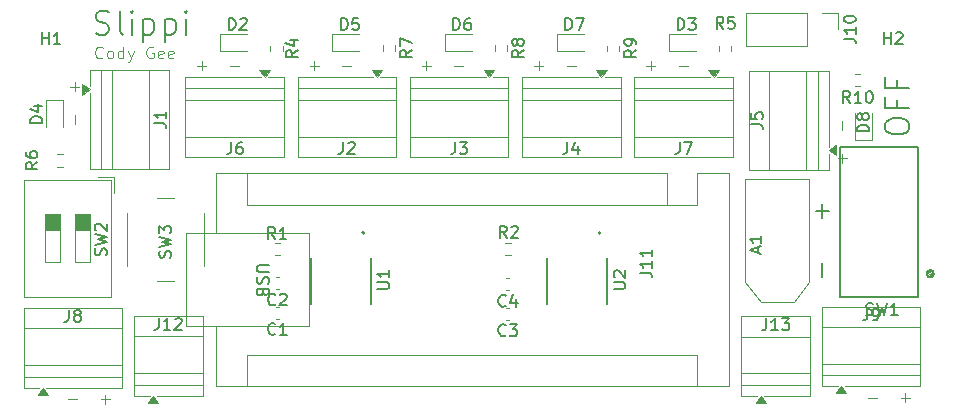
<source format=gbr>
%TF.GenerationSoftware,KiCad,Pcbnew,9.0.2*%
%TF.CreationDate,2025-10-02T19:22:41-04:00*%
%TF.ProjectId,Slippi,536c6970-7069-42e6-9b69-6361645f7063,rev?*%
%TF.SameCoordinates,Original*%
%TF.FileFunction,Legend,Top*%
%TF.FilePolarity,Positive*%
%FSLAX46Y46*%
G04 Gerber Fmt 4.6, Leading zero omitted, Abs format (unit mm)*
G04 Created by KiCad (PCBNEW 9.0.2) date 2025-10-02 19:22:41*
%MOMM*%
%LPD*%
G01*
G04 APERTURE LIST*
%ADD10C,0.100000*%
%ADD11C,0.200000*%
%ADD12C,0.150000*%
%ADD13C,0.120000*%
%ADD14C,0.127000*%
%ADD15C,0.050000*%
G04 APERTURE END LIST*
D10*
X139391466Y-71196115D02*
X139391466Y-70434211D01*
X139772419Y-70815163D02*
X139010514Y-70815163D01*
X139391466Y-68434210D02*
X139391466Y-67672306D01*
D11*
X143044838Y-68311279D02*
X143044838Y-67930326D01*
X143044838Y-67930326D02*
X143140076Y-67739850D01*
X143140076Y-67739850D02*
X143330552Y-67549374D01*
X143330552Y-67549374D02*
X143711504Y-67454136D01*
X143711504Y-67454136D02*
X144378171Y-67454136D01*
X144378171Y-67454136D02*
X144759123Y-67549374D01*
X144759123Y-67549374D02*
X144949600Y-67739850D01*
X144949600Y-67739850D02*
X145044838Y-67930326D01*
X145044838Y-67930326D02*
X145044838Y-68311279D01*
X145044838Y-68311279D02*
X144949600Y-68501755D01*
X144949600Y-68501755D02*
X144759123Y-68692231D01*
X144759123Y-68692231D02*
X144378171Y-68787469D01*
X144378171Y-68787469D02*
X143711504Y-68787469D01*
X143711504Y-68787469D02*
X143330552Y-68692231D01*
X143330552Y-68692231D02*
X143140076Y-68501755D01*
X143140076Y-68501755D02*
X143044838Y-68311279D01*
X143997219Y-65930326D02*
X143997219Y-66596993D01*
X145044838Y-66596993D02*
X143044838Y-66596993D01*
X143044838Y-66596993D02*
X143044838Y-65644612D01*
X143997219Y-64216040D02*
X143997219Y-64882707D01*
X145044838Y-64882707D02*
X143044838Y-64882707D01*
X143044838Y-64882707D02*
X143044838Y-63930326D01*
X76212530Y-60249600D02*
X76498244Y-60344838D01*
X76498244Y-60344838D02*
X76974435Y-60344838D01*
X76974435Y-60344838D02*
X77164911Y-60249600D01*
X77164911Y-60249600D02*
X77260149Y-60154361D01*
X77260149Y-60154361D02*
X77355387Y-59963885D01*
X77355387Y-59963885D02*
X77355387Y-59773409D01*
X77355387Y-59773409D02*
X77260149Y-59582933D01*
X77260149Y-59582933D02*
X77164911Y-59487695D01*
X77164911Y-59487695D02*
X76974435Y-59392457D01*
X76974435Y-59392457D02*
X76593482Y-59297219D01*
X76593482Y-59297219D02*
X76403006Y-59201980D01*
X76403006Y-59201980D02*
X76307768Y-59106742D01*
X76307768Y-59106742D02*
X76212530Y-58916266D01*
X76212530Y-58916266D02*
X76212530Y-58725790D01*
X76212530Y-58725790D02*
X76307768Y-58535314D01*
X76307768Y-58535314D02*
X76403006Y-58440076D01*
X76403006Y-58440076D02*
X76593482Y-58344838D01*
X76593482Y-58344838D02*
X77069673Y-58344838D01*
X77069673Y-58344838D02*
X77355387Y-58440076D01*
X78498244Y-60344838D02*
X78307768Y-60249600D01*
X78307768Y-60249600D02*
X78212530Y-60059123D01*
X78212530Y-60059123D02*
X78212530Y-58344838D01*
X79260149Y-60344838D02*
X79260149Y-59011504D01*
X79260149Y-58344838D02*
X79164911Y-58440076D01*
X79164911Y-58440076D02*
X79260149Y-58535314D01*
X79260149Y-58535314D02*
X79355387Y-58440076D01*
X79355387Y-58440076D02*
X79260149Y-58344838D01*
X79260149Y-58344838D02*
X79260149Y-58535314D01*
X80212530Y-59011504D02*
X80212530Y-61011504D01*
X80212530Y-59106742D02*
X80403006Y-59011504D01*
X80403006Y-59011504D02*
X80783959Y-59011504D01*
X80783959Y-59011504D02*
X80974435Y-59106742D01*
X80974435Y-59106742D02*
X81069673Y-59201980D01*
X81069673Y-59201980D02*
X81164911Y-59392457D01*
X81164911Y-59392457D02*
X81164911Y-59963885D01*
X81164911Y-59963885D02*
X81069673Y-60154361D01*
X81069673Y-60154361D02*
X80974435Y-60249600D01*
X80974435Y-60249600D02*
X80783959Y-60344838D01*
X80783959Y-60344838D02*
X80403006Y-60344838D01*
X80403006Y-60344838D02*
X80212530Y-60249600D01*
X82022054Y-59011504D02*
X82022054Y-61011504D01*
X82022054Y-59106742D02*
X82212530Y-59011504D01*
X82212530Y-59011504D02*
X82593483Y-59011504D01*
X82593483Y-59011504D02*
X82783959Y-59106742D01*
X82783959Y-59106742D02*
X82879197Y-59201980D01*
X82879197Y-59201980D02*
X82974435Y-59392457D01*
X82974435Y-59392457D02*
X82974435Y-59963885D01*
X82974435Y-59963885D02*
X82879197Y-60154361D01*
X82879197Y-60154361D02*
X82783959Y-60249600D01*
X82783959Y-60249600D02*
X82593483Y-60344838D01*
X82593483Y-60344838D02*
X82212530Y-60344838D01*
X82212530Y-60344838D02*
X82022054Y-60249600D01*
X83831578Y-60344838D02*
X83831578Y-59011504D01*
X83831578Y-58344838D02*
X83736340Y-58440076D01*
X83736340Y-58440076D02*
X83831578Y-58535314D01*
X83831578Y-58535314D02*
X83926816Y-58440076D01*
X83926816Y-58440076D02*
X83831578Y-58344838D01*
X83831578Y-58344838D02*
X83831578Y-58535314D01*
D10*
X74408533Y-64403884D02*
X74408533Y-65165789D01*
X74027580Y-64784836D02*
X74789485Y-64784836D01*
X74408533Y-67165789D02*
X74408533Y-67927694D01*
X76775312Y-62277180D02*
X76727693Y-62324800D01*
X76727693Y-62324800D02*
X76584836Y-62372419D01*
X76584836Y-62372419D02*
X76489598Y-62372419D01*
X76489598Y-62372419D02*
X76346741Y-62324800D01*
X76346741Y-62324800D02*
X76251503Y-62229561D01*
X76251503Y-62229561D02*
X76203884Y-62134323D01*
X76203884Y-62134323D02*
X76156265Y-61943847D01*
X76156265Y-61943847D02*
X76156265Y-61800990D01*
X76156265Y-61800990D02*
X76203884Y-61610514D01*
X76203884Y-61610514D02*
X76251503Y-61515276D01*
X76251503Y-61515276D02*
X76346741Y-61420038D01*
X76346741Y-61420038D02*
X76489598Y-61372419D01*
X76489598Y-61372419D02*
X76584836Y-61372419D01*
X76584836Y-61372419D02*
X76727693Y-61420038D01*
X76727693Y-61420038D02*
X76775312Y-61467657D01*
X77346741Y-62372419D02*
X77251503Y-62324800D01*
X77251503Y-62324800D02*
X77203884Y-62277180D01*
X77203884Y-62277180D02*
X77156265Y-62181942D01*
X77156265Y-62181942D02*
X77156265Y-61896228D01*
X77156265Y-61896228D02*
X77203884Y-61800990D01*
X77203884Y-61800990D02*
X77251503Y-61753371D01*
X77251503Y-61753371D02*
X77346741Y-61705752D01*
X77346741Y-61705752D02*
X77489598Y-61705752D01*
X77489598Y-61705752D02*
X77584836Y-61753371D01*
X77584836Y-61753371D02*
X77632455Y-61800990D01*
X77632455Y-61800990D02*
X77680074Y-61896228D01*
X77680074Y-61896228D02*
X77680074Y-62181942D01*
X77680074Y-62181942D02*
X77632455Y-62277180D01*
X77632455Y-62277180D02*
X77584836Y-62324800D01*
X77584836Y-62324800D02*
X77489598Y-62372419D01*
X77489598Y-62372419D02*
X77346741Y-62372419D01*
X78537217Y-62372419D02*
X78537217Y-61372419D01*
X78537217Y-62324800D02*
X78441979Y-62372419D01*
X78441979Y-62372419D02*
X78251503Y-62372419D01*
X78251503Y-62372419D02*
X78156265Y-62324800D01*
X78156265Y-62324800D02*
X78108646Y-62277180D01*
X78108646Y-62277180D02*
X78061027Y-62181942D01*
X78061027Y-62181942D02*
X78061027Y-61896228D01*
X78061027Y-61896228D02*
X78108646Y-61800990D01*
X78108646Y-61800990D02*
X78156265Y-61753371D01*
X78156265Y-61753371D02*
X78251503Y-61705752D01*
X78251503Y-61705752D02*
X78441979Y-61705752D01*
X78441979Y-61705752D02*
X78537217Y-61753371D01*
X78918170Y-61705752D02*
X79156265Y-62372419D01*
X79394360Y-61705752D02*
X79156265Y-62372419D01*
X79156265Y-62372419D02*
X79061027Y-62610514D01*
X79061027Y-62610514D02*
X79013408Y-62658133D01*
X79013408Y-62658133D02*
X78918170Y-62705752D01*
X81061027Y-61420038D02*
X80965789Y-61372419D01*
X80965789Y-61372419D02*
X80822932Y-61372419D01*
X80822932Y-61372419D02*
X80680075Y-61420038D01*
X80680075Y-61420038D02*
X80584837Y-61515276D01*
X80584837Y-61515276D02*
X80537218Y-61610514D01*
X80537218Y-61610514D02*
X80489599Y-61800990D01*
X80489599Y-61800990D02*
X80489599Y-61943847D01*
X80489599Y-61943847D02*
X80537218Y-62134323D01*
X80537218Y-62134323D02*
X80584837Y-62229561D01*
X80584837Y-62229561D02*
X80680075Y-62324800D01*
X80680075Y-62324800D02*
X80822932Y-62372419D01*
X80822932Y-62372419D02*
X80918170Y-62372419D01*
X80918170Y-62372419D02*
X81061027Y-62324800D01*
X81061027Y-62324800D02*
X81108646Y-62277180D01*
X81108646Y-62277180D02*
X81108646Y-61943847D01*
X81108646Y-61943847D02*
X80918170Y-61943847D01*
X81918170Y-62324800D02*
X81822932Y-62372419D01*
X81822932Y-62372419D02*
X81632456Y-62372419D01*
X81632456Y-62372419D02*
X81537218Y-62324800D01*
X81537218Y-62324800D02*
X81489599Y-62229561D01*
X81489599Y-62229561D02*
X81489599Y-61848609D01*
X81489599Y-61848609D02*
X81537218Y-61753371D01*
X81537218Y-61753371D02*
X81632456Y-61705752D01*
X81632456Y-61705752D02*
X81822932Y-61705752D01*
X81822932Y-61705752D02*
X81918170Y-61753371D01*
X81918170Y-61753371D02*
X81965789Y-61848609D01*
X81965789Y-61848609D02*
X81965789Y-61943847D01*
X81965789Y-61943847D02*
X81489599Y-62039085D01*
X82775313Y-62324800D02*
X82680075Y-62372419D01*
X82680075Y-62372419D02*
X82489599Y-62372419D01*
X82489599Y-62372419D02*
X82394361Y-62324800D01*
X82394361Y-62324800D02*
X82346742Y-62229561D01*
X82346742Y-62229561D02*
X82346742Y-61848609D01*
X82346742Y-61848609D02*
X82394361Y-61753371D01*
X82394361Y-61753371D02*
X82489599Y-61705752D01*
X82489599Y-61705752D02*
X82680075Y-61705752D01*
X82680075Y-61705752D02*
X82775313Y-61753371D01*
X82775313Y-61753371D02*
X82822932Y-61848609D01*
X82822932Y-61848609D02*
X82822932Y-61943847D01*
X82822932Y-61943847D02*
X82346742Y-62039085D01*
X113303884Y-62991466D02*
X114065789Y-62991466D01*
X113684836Y-63372419D02*
X113684836Y-62610514D01*
X116065789Y-62991466D02*
X116827694Y-62991466D01*
X94303884Y-62991466D02*
X95065789Y-62991466D01*
X94684836Y-63372419D02*
X94684836Y-62610514D01*
X97065789Y-62991466D02*
X97827694Y-62991466D01*
X145096115Y-91108533D02*
X144334211Y-91108533D01*
X144715163Y-90727580D02*
X144715163Y-91489485D01*
X142334210Y-91108533D02*
X141572306Y-91108533D01*
X77396115Y-91208533D02*
X76634211Y-91208533D01*
X77015163Y-90827580D02*
X77015163Y-91589485D01*
X74634210Y-91208533D02*
X73872306Y-91208533D01*
X122803884Y-62991466D02*
X123565789Y-62991466D01*
X123184836Y-63372419D02*
X123184836Y-62610514D01*
X125565789Y-62991466D02*
X126327694Y-62991466D01*
X84803884Y-62991466D02*
X85565789Y-62991466D01*
X85184836Y-63372419D02*
X85184836Y-62610514D01*
X87565789Y-62991466D02*
X88327694Y-62991466D01*
X103803884Y-62991466D02*
X104565789Y-62991466D01*
X104184836Y-63372419D02*
X104184836Y-62610514D01*
X106565789Y-62991466D02*
X107327694Y-62991466D01*
D12*
X102954819Y-61666666D02*
X102478628Y-61999999D01*
X102954819Y-62238094D02*
X101954819Y-62238094D01*
X101954819Y-62238094D02*
X101954819Y-61857142D01*
X101954819Y-61857142D02*
X102002438Y-61761904D01*
X102002438Y-61761904D02*
X102050057Y-61714285D01*
X102050057Y-61714285D02*
X102145295Y-61666666D01*
X102145295Y-61666666D02*
X102288152Y-61666666D01*
X102288152Y-61666666D02*
X102383390Y-61714285D01*
X102383390Y-61714285D02*
X102431009Y-61761904D01*
X102431009Y-61761904D02*
X102478628Y-61857142D01*
X102478628Y-61857142D02*
X102478628Y-62238094D01*
X101954819Y-61333332D02*
X101954819Y-60666666D01*
X101954819Y-60666666D02*
X102954819Y-61095237D01*
X131672319Y-67938333D02*
X132386604Y-67938333D01*
X132386604Y-67938333D02*
X132529461Y-67985952D01*
X132529461Y-67985952D02*
X132624700Y-68081190D01*
X132624700Y-68081190D02*
X132672319Y-68224047D01*
X132672319Y-68224047D02*
X132672319Y-68319285D01*
X131672319Y-66985952D02*
X131672319Y-67462142D01*
X131672319Y-67462142D02*
X132148509Y-67509761D01*
X132148509Y-67509761D02*
X132100890Y-67462142D01*
X132100890Y-67462142D02*
X132053271Y-67366904D01*
X132053271Y-67366904D02*
X132053271Y-67128809D01*
X132053271Y-67128809D02*
X132100890Y-67033571D01*
X132100890Y-67033571D02*
X132148509Y-66985952D01*
X132148509Y-66985952D02*
X132243747Y-66938333D01*
X132243747Y-66938333D02*
X132481842Y-66938333D01*
X132481842Y-66938333D02*
X132577080Y-66985952D01*
X132577080Y-66985952D02*
X132624700Y-67033571D01*
X132624700Y-67033571D02*
X132672319Y-67128809D01*
X132672319Y-67128809D02*
X132672319Y-67366904D01*
X132672319Y-67366904D02*
X132624700Y-67462142D01*
X132624700Y-67462142D02*
X132577080Y-67509761D01*
X110983333Y-77554819D02*
X110650000Y-77078628D01*
X110411905Y-77554819D02*
X110411905Y-76554819D01*
X110411905Y-76554819D02*
X110792857Y-76554819D01*
X110792857Y-76554819D02*
X110888095Y-76602438D01*
X110888095Y-76602438D02*
X110935714Y-76650057D01*
X110935714Y-76650057D02*
X110983333Y-76745295D01*
X110983333Y-76745295D02*
X110983333Y-76888152D01*
X110983333Y-76888152D02*
X110935714Y-76983390D01*
X110935714Y-76983390D02*
X110888095Y-77031009D01*
X110888095Y-77031009D02*
X110792857Y-77078628D01*
X110792857Y-77078628D02*
X110411905Y-77078628D01*
X111364286Y-76650057D02*
X111411905Y-76602438D01*
X111411905Y-76602438D02*
X111507143Y-76554819D01*
X111507143Y-76554819D02*
X111745238Y-76554819D01*
X111745238Y-76554819D02*
X111840476Y-76602438D01*
X111840476Y-76602438D02*
X111888095Y-76650057D01*
X111888095Y-76650057D02*
X111935714Y-76745295D01*
X111935714Y-76745295D02*
X111935714Y-76840533D01*
X111935714Y-76840533D02*
X111888095Y-76983390D01*
X111888095Y-76983390D02*
X111316667Y-77554819D01*
X111316667Y-77554819D02*
X111935714Y-77554819D01*
X87666666Y-69454819D02*
X87666666Y-70169104D01*
X87666666Y-70169104D02*
X87619047Y-70311961D01*
X87619047Y-70311961D02*
X87523809Y-70407200D01*
X87523809Y-70407200D02*
X87380952Y-70454819D01*
X87380952Y-70454819D02*
X87285714Y-70454819D01*
X88571428Y-69454819D02*
X88380952Y-69454819D01*
X88380952Y-69454819D02*
X88285714Y-69502438D01*
X88285714Y-69502438D02*
X88238095Y-69550057D01*
X88238095Y-69550057D02*
X88142857Y-69692914D01*
X88142857Y-69692914D02*
X88095238Y-69883390D01*
X88095238Y-69883390D02*
X88095238Y-70264342D01*
X88095238Y-70264342D02*
X88142857Y-70359580D01*
X88142857Y-70359580D02*
X88190476Y-70407200D01*
X88190476Y-70407200D02*
X88285714Y-70454819D01*
X88285714Y-70454819D02*
X88476190Y-70454819D01*
X88476190Y-70454819D02*
X88571428Y-70407200D01*
X88571428Y-70407200D02*
X88619047Y-70359580D01*
X88619047Y-70359580D02*
X88666666Y-70264342D01*
X88666666Y-70264342D02*
X88666666Y-70026247D01*
X88666666Y-70026247D02*
X88619047Y-69931009D01*
X88619047Y-69931009D02*
X88571428Y-69883390D01*
X88571428Y-69883390D02*
X88476190Y-69835771D01*
X88476190Y-69835771D02*
X88285714Y-69835771D01*
X88285714Y-69835771D02*
X88190476Y-69883390D01*
X88190476Y-69883390D02*
X88142857Y-69931009D01*
X88142857Y-69931009D02*
X88095238Y-70026247D01*
X82507200Y-79233332D02*
X82554819Y-79090475D01*
X82554819Y-79090475D02*
X82554819Y-78852380D01*
X82554819Y-78852380D02*
X82507200Y-78757142D01*
X82507200Y-78757142D02*
X82459580Y-78709523D01*
X82459580Y-78709523D02*
X82364342Y-78661904D01*
X82364342Y-78661904D02*
X82269104Y-78661904D01*
X82269104Y-78661904D02*
X82173866Y-78709523D01*
X82173866Y-78709523D02*
X82126247Y-78757142D01*
X82126247Y-78757142D02*
X82078628Y-78852380D01*
X82078628Y-78852380D02*
X82031009Y-79042856D01*
X82031009Y-79042856D02*
X81983390Y-79138094D01*
X81983390Y-79138094D02*
X81935771Y-79185713D01*
X81935771Y-79185713D02*
X81840533Y-79233332D01*
X81840533Y-79233332D02*
X81745295Y-79233332D01*
X81745295Y-79233332D02*
X81650057Y-79185713D01*
X81650057Y-79185713D02*
X81602438Y-79138094D01*
X81602438Y-79138094D02*
X81554819Y-79042856D01*
X81554819Y-79042856D02*
X81554819Y-78804761D01*
X81554819Y-78804761D02*
X81602438Y-78661904D01*
X81554819Y-78328570D02*
X82554819Y-78090475D01*
X82554819Y-78090475D02*
X81840533Y-77899999D01*
X81840533Y-77899999D02*
X82554819Y-77709523D01*
X82554819Y-77709523D02*
X81554819Y-77471428D01*
X81554819Y-77185713D02*
X81554819Y-76566666D01*
X81554819Y-76566666D02*
X81935771Y-76899999D01*
X81935771Y-76899999D02*
X81935771Y-76757142D01*
X81935771Y-76757142D02*
X81983390Y-76661904D01*
X81983390Y-76661904D02*
X82031009Y-76614285D01*
X82031009Y-76614285D02*
X82126247Y-76566666D01*
X82126247Y-76566666D02*
X82364342Y-76566666D01*
X82364342Y-76566666D02*
X82459580Y-76614285D01*
X82459580Y-76614285D02*
X82507200Y-76661904D01*
X82507200Y-76661904D02*
X82554819Y-76757142D01*
X82554819Y-76757142D02*
X82554819Y-77042856D01*
X82554819Y-77042856D02*
X82507200Y-77138094D01*
X82507200Y-77138094D02*
X82459580Y-77185713D01*
X132960476Y-84372319D02*
X132960476Y-85086604D01*
X132960476Y-85086604D02*
X132912857Y-85229461D01*
X132912857Y-85229461D02*
X132817619Y-85324700D01*
X132817619Y-85324700D02*
X132674762Y-85372319D01*
X132674762Y-85372319D02*
X132579524Y-85372319D01*
X133960476Y-85372319D02*
X133389048Y-85372319D01*
X133674762Y-85372319D02*
X133674762Y-84372319D01*
X133674762Y-84372319D02*
X133579524Y-84515176D01*
X133579524Y-84515176D02*
X133484286Y-84610414D01*
X133484286Y-84610414D02*
X133389048Y-84658033D01*
X134293810Y-84372319D02*
X134912857Y-84372319D01*
X134912857Y-84372319D02*
X134579524Y-84753271D01*
X134579524Y-84753271D02*
X134722381Y-84753271D01*
X134722381Y-84753271D02*
X134817619Y-84800890D01*
X134817619Y-84800890D02*
X134865238Y-84848509D01*
X134865238Y-84848509D02*
X134912857Y-84943747D01*
X134912857Y-84943747D02*
X134912857Y-85181842D01*
X134912857Y-85181842D02*
X134865238Y-85277080D01*
X134865238Y-85277080D02*
X134817619Y-85324700D01*
X134817619Y-85324700D02*
X134722381Y-85372319D01*
X134722381Y-85372319D02*
X134436667Y-85372319D01*
X134436667Y-85372319D02*
X134341429Y-85324700D01*
X134341429Y-85324700D02*
X134293810Y-85277080D01*
X87461905Y-59954819D02*
X87461905Y-58954819D01*
X87461905Y-58954819D02*
X87700000Y-58954819D01*
X87700000Y-58954819D02*
X87842857Y-59002438D01*
X87842857Y-59002438D02*
X87938095Y-59097676D01*
X87938095Y-59097676D02*
X87985714Y-59192914D01*
X87985714Y-59192914D02*
X88033333Y-59383390D01*
X88033333Y-59383390D02*
X88033333Y-59526247D01*
X88033333Y-59526247D02*
X87985714Y-59716723D01*
X87985714Y-59716723D02*
X87938095Y-59811961D01*
X87938095Y-59811961D02*
X87842857Y-59907200D01*
X87842857Y-59907200D02*
X87700000Y-59954819D01*
X87700000Y-59954819D02*
X87461905Y-59954819D01*
X88414286Y-59050057D02*
X88461905Y-59002438D01*
X88461905Y-59002438D02*
X88557143Y-58954819D01*
X88557143Y-58954819D02*
X88795238Y-58954819D01*
X88795238Y-58954819D02*
X88890476Y-59002438D01*
X88890476Y-59002438D02*
X88938095Y-59050057D01*
X88938095Y-59050057D02*
X88985714Y-59145295D01*
X88985714Y-59145295D02*
X88985714Y-59240533D01*
X88985714Y-59240533D02*
X88938095Y-59383390D01*
X88938095Y-59383390D02*
X88366667Y-59954819D01*
X88366667Y-59954819D02*
X88985714Y-59954819D01*
X141506666Y-83554819D02*
X141506666Y-84269104D01*
X141506666Y-84269104D02*
X141459047Y-84411961D01*
X141459047Y-84411961D02*
X141363809Y-84507200D01*
X141363809Y-84507200D02*
X141220952Y-84554819D01*
X141220952Y-84554819D02*
X141125714Y-84554819D01*
X142030476Y-84554819D02*
X142220952Y-84554819D01*
X142220952Y-84554819D02*
X142316190Y-84507200D01*
X142316190Y-84507200D02*
X142363809Y-84459580D01*
X142363809Y-84459580D02*
X142459047Y-84316723D01*
X142459047Y-84316723D02*
X142506666Y-84126247D01*
X142506666Y-84126247D02*
X142506666Y-83745295D01*
X142506666Y-83745295D02*
X142459047Y-83650057D01*
X142459047Y-83650057D02*
X142411428Y-83602438D01*
X142411428Y-83602438D02*
X142316190Y-83554819D01*
X142316190Y-83554819D02*
X142125714Y-83554819D01*
X142125714Y-83554819D02*
X142030476Y-83602438D01*
X142030476Y-83602438D02*
X141982857Y-83650057D01*
X141982857Y-83650057D02*
X141935238Y-83745295D01*
X141935238Y-83745295D02*
X141935238Y-83983390D01*
X141935238Y-83983390D02*
X141982857Y-84078628D01*
X141982857Y-84078628D02*
X142030476Y-84126247D01*
X142030476Y-84126247D02*
X142125714Y-84173866D01*
X142125714Y-84173866D02*
X142316190Y-84173866D01*
X142316190Y-84173866D02*
X142411428Y-84126247D01*
X142411428Y-84126247D02*
X142459047Y-84078628D01*
X142459047Y-84078628D02*
X142506666Y-83983390D01*
X132269104Y-78814285D02*
X132269104Y-78338095D01*
X132554819Y-78909523D02*
X131554819Y-78576190D01*
X131554819Y-78576190D02*
X132554819Y-78242857D01*
X132554819Y-77385714D02*
X132554819Y-77957142D01*
X132554819Y-77671428D02*
X131554819Y-77671428D01*
X131554819Y-77671428D02*
X131697676Y-77766666D01*
X131697676Y-77766666D02*
X131792914Y-77861904D01*
X131792914Y-77861904D02*
X131840533Y-77957142D01*
X90835180Y-79858095D02*
X90025657Y-79858095D01*
X90025657Y-79858095D02*
X89930419Y-79905714D01*
X89930419Y-79905714D02*
X89882800Y-79953333D01*
X89882800Y-79953333D02*
X89835180Y-80048571D01*
X89835180Y-80048571D02*
X89835180Y-80239047D01*
X89835180Y-80239047D02*
X89882800Y-80334285D01*
X89882800Y-80334285D02*
X89930419Y-80381904D01*
X89930419Y-80381904D02*
X90025657Y-80429523D01*
X90025657Y-80429523D02*
X90835180Y-80429523D01*
X89882800Y-80858095D02*
X89835180Y-81000952D01*
X89835180Y-81000952D02*
X89835180Y-81239047D01*
X89835180Y-81239047D02*
X89882800Y-81334285D01*
X89882800Y-81334285D02*
X89930419Y-81381904D01*
X89930419Y-81381904D02*
X90025657Y-81429523D01*
X90025657Y-81429523D02*
X90120895Y-81429523D01*
X90120895Y-81429523D02*
X90216133Y-81381904D01*
X90216133Y-81381904D02*
X90263752Y-81334285D01*
X90263752Y-81334285D02*
X90311371Y-81239047D01*
X90311371Y-81239047D02*
X90358990Y-81048571D01*
X90358990Y-81048571D02*
X90406609Y-80953333D01*
X90406609Y-80953333D02*
X90454228Y-80905714D01*
X90454228Y-80905714D02*
X90549466Y-80858095D01*
X90549466Y-80858095D02*
X90644704Y-80858095D01*
X90644704Y-80858095D02*
X90739942Y-80905714D01*
X90739942Y-80905714D02*
X90787561Y-80953333D01*
X90787561Y-80953333D02*
X90835180Y-81048571D01*
X90835180Y-81048571D02*
X90835180Y-81286666D01*
X90835180Y-81286666D02*
X90787561Y-81429523D01*
X90358990Y-82191428D02*
X90311371Y-82334285D01*
X90311371Y-82334285D02*
X90263752Y-82381904D01*
X90263752Y-82381904D02*
X90168514Y-82429523D01*
X90168514Y-82429523D02*
X90025657Y-82429523D01*
X90025657Y-82429523D02*
X89930419Y-82381904D01*
X89930419Y-82381904D02*
X89882800Y-82334285D01*
X89882800Y-82334285D02*
X89835180Y-82239047D01*
X89835180Y-82239047D02*
X89835180Y-81858095D01*
X89835180Y-81858095D02*
X90835180Y-81858095D01*
X90835180Y-81858095D02*
X90835180Y-82191428D01*
X90835180Y-82191428D02*
X90787561Y-82286666D01*
X90787561Y-82286666D02*
X90739942Y-82334285D01*
X90739942Y-82334285D02*
X90644704Y-82381904D01*
X90644704Y-82381904D02*
X90549466Y-82381904D01*
X90549466Y-82381904D02*
X90454228Y-82334285D01*
X90454228Y-82334285D02*
X90406609Y-82286666D01*
X90406609Y-82286666D02*
X90358990Y-82191428D01*
X90358990Y-82191428D02*
X90358990Y-81858095D01*
X106626666Y-69454819D02*
X106626666Y-70169104D01*
X106626666Y-70169104D02*
X106579047Y-70311961D01*
X106579047Y-70311961D02*
X106483809Y-70407200D01*
X106483809Y-70407200D02*
X106340952Y-70454819D01*
X106340952Y-70454819D02*
X106245714Y-70454819D01*
X107007619Y-69454819D02*
X107626666Y-69454819D01*
X107626666Y-69454819D02*
X107293333Y-69835771D01*
X107293333Y-69835771D02*
X107436190Y-69835771D01*
X107436190Y-69835771D02*
X107531428Y-69883390D01*
X107531428Y-69883390D02*
X107579047Y-69931009D01*
X107579047Y-69931009D02*
X107626666Y-70026247D01*
X107626666Y-70026247D02*
X107626666Y-70264342D01*
X107626666Y-70264342D02*
X107579047Y-70359580D01*
X107579047Y-70359580D02*
X107531428Y-70407200D01*
X107531428Y-70407200D02*
X107436190Y-70454819D01*
X107436190Y-70454819D02*
X107150476Y-70454819D01*
X107150476Y-70454819D02*
X107055238Y-70407200D01*
X107055238Y-70407200D02*
X107007619Y-70359580D01*
X129333333Y-59854819D02*
X129000000Y-59378628D01*
X128761905Y-59854819D02*
X128761905Y-58854819D01*
X128761905Y-58854819D02*
X129142857Y-58854819D01*
X129142857Y-58854819D02*
X129238095Y-58902438D01*
X129238095Y-58902438D02*
X129285714Y-58950057D01*
X129285714Y-58950057D02*
X129333333Y-59045295D01*
X129333333Y-59045295D02*
X129333333Y-59188152D01*
X129333333Y-59188152D02*
X129285714Y-59283390D01*
X129285714Y-59283390D02*
X129238095Y-59331009D01*
X129238095Y-59331009D02*
X129142857Y-59378628D01*
X129142857Y-59378628D02*
X128761905Y-59378628D01*
X130238095Y-58854819D02*
X129761905Y-58854819D01*
X129761905Y-58854819D02*
X129714286Y-59331009D01*
X129714286Y-59331009D02*
X129761905Y-59283390D01*
X129761905Y-59283390D02*
X129857143Y-59235771D01*
X129857143Y-59235771D02*
X130095238Y-59235771D01*
X130095238Y-59235771D02*
X130190476Y-59283390D01*
X130190476Y-59283390D02*
X130238095Y-59331009D01*
X130238095Y-59331009D02*
X130285714Y-59426247D01*
X130285714Y-59426247D02*
X130285714Y-59664342D01*
X130285714Y-59664342D02*
X130238095Y-59759580D01*
X130238095Y-59759580D02*
X130190476Y-59807200D01*
X130190476Y-59807200D02*
X130095238Y-59854819D01*
X130095238Y-59854819D02*
X129857143Y-59854819D01*
X129857143Y-59854819D02*
X129761905Y-59807200D01*
X129761905Y-59807200D02*
X129714286Y-59759580D01*
X110908333Y-85789580D02*
X110860714Y-85837200D01*
X110860714Y-85837200D02*
X110717857Y-85884819D01*
X110717857Y-85884819D02*
X110622619Y-85884819D01*
X110622619Y-85884819D02*
X110479762Y-85837200D01*
X110479762Y-85837200D02*
X110384524Y-85741961D01*
X110384524Y-85741961D02*
X110336905Y-85646723D01*
X110336905Y-85646723D02*
X110289286Y-85456247D01*
X110289286Y-85456247D02*
X110289286Y-85313390D01*
X110289286Y-85313390D02*
X110336905Y-85122914D01*
X110336905Y-85122914D02*
X110384524Y-85027676D01*
X110384524Y-85027676D02*
X110479762Y-84932438D01*
X110479762Y-84932438D02*
X110622619Y-84884819D01*
X110622619Y-84884819D02*
X110717857Y-84884819D01*
X110717857Y-84884819D02*
X110860714Y-84932438D01*
X110860714Y-84932438D02*
X110908333Y-84980057D01*
X111241667Y-84884819D02*
X111860714Y-84884819D01*
X111860714Y-84884819D02*
X111527381Y-85265771D01*
X111527381Y-85265771D02*
X111670238Y-85265771D01*
X111670238Y-85265771D02*
X111765476Y-85313390D01*
X111765476Y-85313390D02*
X111813095Y-85361009D01*
X111813095Y-85361009D02*
X111860714Y-85456247D01*
X111860714Y-85456247D02*
X111860714Y-85694342D01*
X111860714Y-85694342D02*
X111813095Y-85789580D01*
X111813095Y-85789580D02*
X111765476Y-85837200D01*
X111765476Y-85837200D02*
X111670238Y-85884819D01*
X111670238Y-85884819D02*
X111384524Y-85884819D01*
X111384524Y-85884819D02*
X111289286Y-85837200D01*
X111289286Y-85837200D02*
X111241667Y-85789580D01*
X91383333Y-77654819D02*
X91050000Y-77178628D01*
X90811905Y-77654819D02*
X90811905Y-76654819D01*
X90811905Y-76654819D02*
X91192857Y-76654819D01*
X91192857Y-76654819D02*
X91288095Y-76702438D01*
X91288095Y-76702438D02*
X91335714Y-76750057D01*
X91335714Y-76750057D02*
X91383333Y-76845295D01*
X91383333Y-76845295D02*
X91383333Y-76988152D01*
X91383333Y-76988152D02*
X91335714Y-77083390D01*
X91335714Y-77083390D02*
X91288095Y-77131009D01*
X91288095Y-77131009D02*
X91192857Y-77178628D01*
X91192857Y-77178628D02*
X90811905Y-77178628D01*
X92335714Y-77654819D02*
X91764286Y-77654819D01*
X92050000Y-77654819D02*
X92050000Y-76654819D01*
X92050000Y-76654819D02*
X91954762Y-76797676D01*
X91954762Y-76797676D02*
X91859524Y-76892914D01*
X91859524Y-76892914D02*
X91764286Y-76940533D01*
X73926666Y-83672319D02*
X73926666Y-84386604D01*
X73926666Y-84386604D02*
X73879047Y-84529461D01*
X73879047Y-84529461D02*
X73783809Y-84624700D01*
X73783809Y-84624700D02*
X73640952Y-84672319D01*
X73640952Y-84672319D02*
X73545714Y-84672319D01*
X74545714Y-84100890D02*
X74450476Y-84053271D01*
X74450476Y-84053271D02*
X74402857Y-84005652D01*
X74402857Y-84005652D02*
X74355238Y-83910414D01*
X74355238Y-83910414D02*
X74355238Y-83862795D01*
X74355238Y-83862795D02*
X74402857Y-83767557D01*
X74402857Y-83767557D02*
X74450476Y-83719938D01*
X74450476Y-83719938D02*
X74545714Y-83672319D01*
X74545714Y-83672319D02*
X74736190Y-83672319D01*
X74736190Y-83672319D02*
X74831428Y-83719938D01*
X74831428Y-83719938D02*
X74879047Y-83767557D01*
X74879047Y-83767557D02*
X74926666Y-83862795D01*
X74926666Y-83862795D02*
X74926666Y-83910414D01*
X74926666Y-83910414D02*
X74879047Y-84005652D01*
X74879047Y-84005652D02*
X74831428Y-84053271D01*
X74831428Y-84053271D02*
X74736190Y-84100890D01*
X74736190Y-84100890D02*
X74545714Y-84100890D01*
X74545714Y-84100890D02*
X74450476Y-84148509D01*
X74450476Y-84148509D02*
X74402857Y-84196128D01*
X74402857Y-84196128D02*
X74355238Y-84291366D01*
X74355238Y-84291366D02*
X74355238Y-84481842D01*
X74355238Y-84481842D02*
X74402857Y-84577080D01*
X74402857Y-84577080D02*
X74450476Y-84624700D01*
X74450476Y-84624700D02*
X74545714Y-84672319D01*
X74545714Y-84672319D02*
X74736190Y-84672319D01*
X74736190Y-84672319D02*
X74831428Y-84624700D01*
X74831428Y-84624700D02*
X74879047Y-84577080D01*
X74879047Y-84577080D02*
X74926666Y-84481842D01*
X74926666Y-84481842D02*
X74926666Y-84291366D01*
X74926666Y-84291366D02*
X74879047Y-84196128D01*
X74879047Y-84196128D02*
X74831428Y-84148509D01*
X74831428Y-84148509D02*
X74736190Y-84100890D01*
X96961905Y-59954819D02*
X96961905Y-58954819D01*
X96961905Y-58954819D02*
X97200000Y-58954819D01*
X97200000Y-58954819D02*
X97342857Y-59002438D01*
X97342857Y-59002438D02*
X97438095Y-59097676D01*
X97438095Y-59097676D02*
X97485714Y-59192914D01*
X97485714Y-59192914D02*
X97533333Y-59383390D01*
X97533333Y-59383390D02*
X97533333Y-59526247D01*
X97533333Y-59526247D02*
X97485714Y-59716723D01*
X97485714Y-59716723D02*
X97438095Y-59811961D01*
X97438095Y-59811961D02*
X97342857Y-59907200D01*
X97342857Y-59907200D02*
X97200000Y-59954819D01*
X97200000Y-59954819D02*
X96961905Y-59954819D01*
X98438095Y-58954819D02*
X97961905Y-58954819D01*
X97961905Y-58954819D02*
X97914286Y-59431009D01*
X97914286Y-59431009D02*
X97961905Y-59383390D01*
X97961905Y-59383390D02*
X98057143Y-59335771D01*
X98057143Y-59335771D02*
X98295238Y-59335771D01*
X98295238Y-59335771D02*
X98390476Y-59383390D01*
X98390476Y-59383390D02*
X98438095Y-59431009D01*
X98438095Y-59431009D02*
X98485714Y-59526247D01*
X98485714Y-59526247D02*
X98485714Y-59764342D01*
X98485714Y-59764342D02*
X98438095Y-59859580D01*
X98438095Y-59859580D02*
X98390476Y-59907200D01*
X98390476Y-59907200D02*
X98295238Y-59954819D01*
X98295238Y-59954819D02*
X98057143Y-59954819D01*
X98057143Y-59954819D02*
X97961905Y-59907200D01*
X97961905Y-59907200D02*
X97914286Y-59859580D01*
X77067200Y-79033332D02*
X77114819Y-78890475D01*
X77114819Y-78890475D02*
X77114819Y-78652380D01*
X77114819Y-78652380D02*
X77067200Y-78557142D01*
X77067200Y-78557142D02*
X77019580Y-78509523D01*
X77019580Y-78509523D02*
X76924342Y-78461904D01*
X76924342Y-78461904D02*
X76829104Y-78461904D01*
X76829104Y-78461904D02*
X76733866Y-78509523D01*
X76733866Y-78509523D02*
X76686247Y-78557142D01*
X76686247Y-78557142D02*
X76638628Y-78652380D01*
X76638628Y-78652380D02*
X76591009Y-78842856D01*
X76591009Y-78842856D02*
X76543390Y-78938094D01*
X76543390Y-78938094D02*
X76495771Y-78985713D01*
X76495771Y-78985713D02*
X76400533Y-79033332D01*
X76400533Y-79033332D02*
X76305295Y-79033332D01*
X76305295Y-79033332D02*
X76210057Y-78985713D01*
X76210057Y-78985713D02*
X76162438Y-78938094D01*
X76162438Y-78938094D02*
X76114819Y-78842856D01*
X76114819Y-78842856D02*
X76114819Y-78604761D01*
X76114819Y-78604761D02*
X76162438Y-78461904D01*
X76114819Y-78128570D02*
X77114819Y-77890475D01*
X77114819Y-77890475D02*
X76400533Y-77699999D01*
X76400533Y-77699999D02*
X77114819Y-77509523D01*
X77114819Y-77509523D02*
X76114819Y-77271428D01*
X76210057Y-76938094D02*
X76162438Y-76890475D01*
X76162438Y-76890475D02*
X76114819Y-76795237D01*
X76114819Y-76795237D02*
X76114819Y-76557142D01*
X76114819Y-76557142D02*
X76162438Y-76461904D01*
X76162438Y-76461904D02*
X76210057Y-76414285D01*
X76210057Y-76414285D02*
X76305295Y-76366666D01*
X76305295Y-76366666D02*
X76400533Y-76366666D01*
X76400533Y-76366666D02*
X76543390Y-76414285D01*
X76543390Y-76414285D02*
X77114819Y-76985713D01*
X77114819Y-76985713D02*
X77114819Y-76366666D01*
X141654819Y-68538094D02*
X140654819Y-68538094D01*
X140654819Y-68538094D02*
X140654819Y-68299999D01*
X140654819Y-68299999D02*
X140702438Y-68157142D01*
X140702438Y-68157142D02*
X140797676Y-68061904D01*
X140797676Y-68061904D02*
X140892914Y-68014285D01*
X140892914Y-68014285D02*
X141083390Y-67966666D01*
X141083390Y-67966666D02*
X141226247Y-67966666D01*
X141226247Y-67966666D02*
X141416723Y-68014285D01*
X141416723Y-68014285D02*
X141511961Y-68061904D01*
X141511961Y-68061904D02*
X141607200Y-68157142D01*
X141607200Y-68157142D02*
X141654819Y-68299999D01*
X141654819Y-68299999D02*
X141654819Y-68538094D01*
X141083390Y-67395237D02*
X141035771Y-67490475D01*
X141035771Y-67490475D02*
X140988152Y-67538094D01*
X140988152Y-67538094D02*
X140892914Y-67585713D01*
X140892914Y-67585713D02*
X140845295Y-67585713D01*
X140845295Y-67585713D02*
X140750057Y-67538094D01*
X140750057Y-67538094D02*
X140702438Y-67490475D01*
X140702438Y-67490475D02*
X140654819Y-67395237D01*
X140654819Y-67395237D02*
X140654819Y-67204761D01*
X140654819Y-67204761D02*
X140702438Y-67109523D01*
X140702438Y-67109523D02*
X140750057Y-67061904D01*
X140750057Y-67061904D02*
X140845295Y-67014285D01*
X140845295Y-67014285D02*
X140892914Y-67014285D01*
X140892914Y-67014285D02*
X140988152Y-67061904D01*
X140988152Y-67061904D02*
X141035771Y-67109523D01*
X141035771Y-67109523D02*
X141083390Y-67204761D01*
X141083390Y-67204761D02*
X141083390Y-67395237D01*
X141083390Y-67395237D02*
X141131009Y-67490475D01*
X141131009Y-67490475D02*
X141178628Y-67538094D01*
X141178628Y-67538094D02*
X141273866Y-67585713D01*
X141273866Y-67585713D02*
X141464342Y-67585713D01*
X141464342Y-67585713D02*
X141559580Y-67538094D01*
X141559580Y-67538094D02*
X141607200Y-67490475D01*
X141607200Y-67490475D02*
X141654819Y-67395237D01*
X141654819Y-67395237D02*
X141654819Y-67204761D01*
X141654819Y-67204761D02*
X141607200Y-67109523D01*
X141607200Y-67109523D02*
X141559580Y-67061904D01*
X141559580Y-67061904D02*
X141464342Y-67014285D01*
X141464342Y-67014285D02*
X141273866Y-67014285D01*
X141273866Y-67014285D02*
X141178628Y-67061904D01*
X141178628Y-67061904D02*
X141131009Y-67109523D01*
X141131009Y-67109523D02*
X141083390Y-67204761D01*
X100034819Y-81886904D02*
X100844342Y-81886904D01*
X100844342Y-81886904D02*
X100939580Y-81839285D01*
X100939580Y-81839285D02*
X100987200Y-81791666D01*
X100987200Y-81791666D02*
X101034819Y-81696428D01*
X101034819Y-81696428D02*
X101034819Y-81505952D01*
X101034819Y-81505952D02*
X100987200Y-81410714D01*
X100987200Y-81410714D02*
X100939580Y-81363095D01*
X100939580Y-81363095D02*
X100844342Y-81315476D01*
X100844342Y-81315476D02*
X100034819Y-81315476D01*
X101034819Y-80315476D02*
X101034819Y-80886904D01*
X101034819Y-80601190D02*
X100034819Y-80601190D01*
X100034819Y-80601190D02*
X100177676Y-80696428D01*
X100177676Y-80696428D02*
X100272914Y-80791666D01*
X100272914Y-80791666D02*
X100320533Y-80886904D01*
X81154819Y-67873333D02*
X81869104Y-67873333D01*
X81869104Y-67873333D02*
X82011961Y-67920952D01*
X82011961Y-67920952D02*
X82107200Y-68016190D01*
X82107200Y-68016190D02*
X82154819Y-68159047D01*
X82154819Y-68159047D02*
X82154819Y-68254285D01*
X82154819Y-66873333D02*
X82154819Y-67444761D01*
X82154819Y-67159047D02*
X81154819Y-67159047D01*
X81154819Y-67159047D02*
X81297676Y-67254285D01*
X81297676Y-67254285D02*
X81392914Y-67349523D01*
X81392914Y-67349523D02*
X81440533Y-67444761D01*
X110908333Y-83289580D02*
X110860714Y-83337200D01*
X110860714Y-83337200D02*
X110717857Y-83384819D01*
X110717857Y-83384819D02*
X110622619Y-83384819D01*
X110622619Y-83384819D02*
X110479762Y-83337200D01*
X110479762Y-83337200D02*
X110384524Y-83241961D01*
X110384524Y-83241961D02*
X110336905Y-83146723D01*
X110336905Y-83146723D02*
X110289286Y-82956247D01*
X110289286Y-82956247D02*
X110289286Y-82813390D01*
X110289286Y-82813390D02*
X110336905Y-82622914D01*
X110336905Y-82622914D02*
X110384524Y-82527676D01*
X110384524Y-82527676D02*
X110479762Y-82432438D01*
X110479762Y-82432438D02*
X110622619Y-82384819D01*
X110622619Y-82384819D02*
X110717857Y-82384819D01*
X110717857Y-82384819D02*
X110860714Y-82432438D01*
X110860714Y-82432438D02*
X110908333Y-82480057D01*
X111765476Y-82718152D02*
X111765476Y-83384819D01*
X111527381Y-82337200D02*
X111289286Y-83051485D01*
X111289286Y-83051485D02*
X111908333Y-83051485D01*
X97126666Y-69454819D02*
X97126666Y-70169104D01*
X97126666Y-70169104D02*
X97079047Y-70311961D01*
X97079047Y-70311961D02*
X96983809Y-70407200D01*
X96983809Y-70407200D02*
X96840952Y-70454819D01*
X96840952Y-70454819D02*
X96745714Y-70454819D01*
X97555238Y-69550057D02*
X97602857Y-69502438D01*
X97602857Y-69502438D02*
X97698095Y-69454819D01*
X97698095Y-69454819D02*
X97936190Y-69454819D01*
X97936190Y-69454819D02*
X98031428Y-69502438D01*
X98031428Y-69502438D02*
X98079047Y-69550057D01*
X98079047Y-69550057D02*
X98126666Y-69645295D01*
X98126666Y-69645295D02*
X98126666Y-69740533D01*
X98126666Y-69740533D02*
X98079047Y-69883390D01*
X98079047Y-69883390D02*
X97507619Y-70454819D01*
X97507619Y-70454819D02*
X98126666Y-70454819D01*
X139534819Y-60709523D02*
X140249104Y-60709523D01*
X140249104Y-60709523D02*
X140391961Y-60757142D01*
X140391961Y-60757142D02*
X140487200Y-60852380D01*
X140487200Y-60852380D02*
X140534819Y-60995237D01*
X140534819Y-60995237D02*
X140534819Y-61090475D01*
X140534819Y-59709523D02*
X140534819Y-60280951D01*
X140534819Y-59995237D02*
X139534819Y-59995237D01*
X139534819Y-59995237D02*
X139677676Y-60090475D01*
X139677676Y-60090475D02*
X139772914Y-60185713D01*
X139772914Y-60185713D02*
X139820533Y-60280951D01*
X139534819Y-59090475D02*
X139534819Y-58995237D01*
X139534819Y-58995237D02*
X139582438Y-58899999D01*
X139582438Y-58899999D02*
X139630057Y-58852380D01*
X139630057Y-58852380D02*
X139725295Y-58804761D01*
X139725295Y-58804761D02*
X139915771Y-58757142D01*
X139915771Y-58757142D02*
X140153866Y-58757142D01*
X140153866Y-58757142D02*
X140344342Y-58804761D01*
X140344342Y-58804761D02*
X140439580Y-58852380D01*
X140439580Y-58852380D02*
X140487200Y-58899999D01*
X140487200Y-58899999D02*
X140534819Y-58995237D01*
X140534819Y-58995237D02*
X140534819Y-59090475D01*
X140534819Y-59090475D02*
X140487200Y-59185713D01*
X140487200Y-59185713D02*
X140439580Y-59233332D01*
X140439580Y-59233332D02*
X140344342Y-59280951D01*
X140344342Y-59280951D02*
X140153866Y-59328570D01*
X140153866Y-59328570D02*
X139915771Y-59328570D01*
X139915771Y-59328570D02*
X139725295Y-59280951D01*
X139725295Y-59280951D02*
X139630057Y-59233332D01*
X139630057Y-59233332D02*
X139582438Y-59185713D01*
X139582438Y-59185713D02*
X139534819Y-59090475D01*
X125626666Y-69454819D02*
X125626666Y-70169104D01*
X125626666Y-70169104D02*
X125579047Y-70311961D01*
X125579047Y-70311961D02*
X125483809Y-70407200D01*
X125483809Y-70407200D02*
X125340952Y-70454819D01*
X125340952Y-70454819D02*
X125245714Y-70454819D01*
X126007619Y-69454819D02*
X126674285Y-69454819D01*
X126674285Y-69454819D02*
X126245714Y-70454819D01*
X115961905Y-59954819D02*
X115961905Y-58954819D01*
X115961905Y-58954819D02*
X116200000Y-58954819D01*
X116200000Y-58954819D02*
X116342857Y-59002438D01*
X116342857Y-59002438D02*
X116438095Y-59097676D01*
X116438095Y-59097676D02*
X116485714Y-59192914D01*
X116485714Y-59192914D02*
X116533333Y-59383390D01*
X116533333Y-59383390D02*
X116533333Y-59526247D01*
X116533333Y-59526247D02*
X116485714Y-59716723D01*
X116485714Y-59716723D02*
X116438095Y-59811961D01*
X116438095Y-59811961D02*
X116342857Y-59907200D01*
X116342857Y-59907200D02*
X116200000Y-59954819D01*
X116200000Y-59954819D02*
X115961905Y-59954819D01*
X116866667Y-58954819D02*
X117533333Y-58954819D01*
X117533333Y-58954819D02*
X117104762Y-59954819D01*
X93279819Y-61691666D02*
X92803628Y-62024999D01*
X93279819Y-62263094D02*
X92279819Y-62263094D01*
X92279819Y-62263094D02*
X92279819Y-61882142D01*
X92279819Y-61882142D02*
X92327438Y-61786904D01*
X92327438Y-61786904D02*
X92375057Y-61739285D01*
X92375057Y-61739285D02*
X92470295Y-61691666D01*
X92470295Y-61691666D02*
X92613152Y-61691666D01*
X92613152Y-61691666D02*
X92708390Y-61739285D01*
X92708390Y-61739285D02*
X92756009Y-61786904D01*
X92756009Y-61786904D02*
X92803628Y-61882142D01*
X92803628Y-61882142D02*
X92803628Y-62263094D01*
X92613152Y-60834523D02*
X93279819Y-60834523D01*
X92232200Y-61072618D02*
X92946485Y-61310713D01*
X92946485Y-61310713D02*
X92946485Y-60691666D01*
X91408333Y-85689580D02*
X91360714Y-85737200D01*
X91360714Y-85737200D02*
X91217857Y-85784819D01*
X91217857Y-85784819D02*
X91122619Y-85784819D01*
X91122619Y-85784819D02*
X90979762Y-85737200D01*
X90979762Y-85737200D02*
X90884524Y-85641961D01*
X90884524Y-85641961D02*
X90836905Y-85546723D01*
X90836905Y-85546723D02*
X90789286Y-85356247D01*
X90789286Y-85356247D02*
X90789286Y-85213390D01*
X90789286Y-85213390D02*
X90836905Y-85022914D01*
X90836905Y-85022914D02*
X90884524Y-84927676D01*
X90884524Y-84927676D02*
X90979762Y-84832438D01*
X90979762Y-84832438D02*
X91122619Y-84784819D01*
X91122619Y-84784819D02*
X91217857Y-84784819D01*
X91217857Y-84784819D02*
X91360714Y-84832438D01*
X91360714Y-84832438D02*
X91408333Y-84880057D01*
X92360714Y-85784819D02*
X91789286Y-85784819D01*
X92075000Y-85784819D02*
X92075000Y-84784819D01*
X92075000Y-84784819D02*
X91979762Y-84927676D01*
X91979762Y-84927676D02*
X91884524Y-85022914D01*
X91884524Y-85022914D02*
X91789286Y-85070533D01*
X122254819Y-80509523D02*
X122969104Y-80509523D01*
X122969104Y-80509523D02*
X123111961Y-80557142D01*
X123111961Y-80557142D02*
X123207200Y-80652380D01*
X123207200Y-80652380D02*
X123254819Y-80795237D01*
X123254819Y-80795237D02*
X123254819Y-80890475D01*
X123254819Y-79509523D02*
X123254819Y-80080951D01*
X123254819Y-79795237D02*
X122254819Y-79795237D01*
X122254819Y-79795237D02*
X122397676Y-79890475D01*
X122397676Y-79890475D02*
X122492914Y-79985713D01*
X122492914Y-79985713D02*
X122540533Y-80080951D01*
X123254819Y-78557142D02*
X123254819Y-79128570D01*
X123254819Y-78842856D02*
X122254819Y-78842856D01*
X122254819Y-78842856D02*
X122397676Y-78938094D01*
X122397676Y-78938094D02*
X122492914Y-79033332D01*
X122492914Y-79033332D02*
X122540533Y-79128570D01*
X137714700Y-75871428D02*
X137714700Y-74728571D01*
X138286128Y-75299999D02*
X137143271Y-75299999D01*
X137714700Y-80871428D02*
X137714700Y-79728571D01*
X120034819Y-81886904D02*
X120844342Y-81886904D01*
X120844342Y-81886904D02*
X120939580Y-81839285D01*
X120939580Y-81839285D02*
X120987200Y-81791666D01*
X120987200Y-81791666D02*
X121034819Y-81696428D01*
X121034819Y-81696428D02*
X121034819Y-81505952D01*
X121034819Y-81505952D02*
X120987200Y-81410714D01*
X120987200Y-81410714D02*
X120939580Y-81363095D01*
X120939580Y-81363095D02*
X120844342Y-81315476D01*
X120844342Y-81315476D02*
X120034819Y-81315476D01*
X120130057Y-80886904D02*
X120082438Y-80839285D01*
X120082438Y-80839285D02*
X120034819Y-80744047D01*
X120034819Y-80744047D02*
X120034819Y-80505952D01*
X120034819Y-80505952D02*
X120082438Y-80410714D01*
X120082438Y-80410714D02*
X120130057Y-80363095D01*
X120130057Y-80363095D02*
X120225295Y-80315476D01*
X120225295Y-80315476D02*
X120320533Y-80315476D01*
X120320533Y-80315476D02*
X120463390Y-80363095D01*
X120463390Y-80363095D02*
X121034819Y-80934523D01*
X121034819Y-80934523D02*
X121034819Y-80315476D01*
X121954819Y-61666666D02*
X121478628Y-61999999D01*
X121954819Y-62238094D02*
X120954819Y-62238094D01*
X120954819Y-62238094D02*
X120954819Y-61857142D01*
X120954819Y-61857142D02*
X121002438Y-61761904D01*
X121002438Y-61761904D02*
X121050057Y-61714285D01*
X121050057Y-61714285D02*
X121145295Y-61666666D01*
X121145295Y-61666666D02*
X121288152Y-61666666D01*
X121288152Y-61666666D02*
X121383390Y-61714285D01*
X121383390Y-61714285D02*
X121431009Y-61761904D01*
X121431009Y-61761904D02*
X121478628Y-61857142D01*
X121478628Y-61857142D02*
X121478628Y-62238094D01*
X121954819Y-61190475D02*
X121954819Y-60999999D01*
X121954819Y-60999999D02*
X121907200Y-60904761D01*
X121907200Y-60904761D02*
X121859580Y-60857142D01*
X121859580Y-60857142D02*
X121716723Y-60761904D01*
X121716723Y-60761904D02*
X121526247Y-60714285D01*
X121526247Y-60714285D02*
X121145295Y-60714285D01*
X121145295Y-60714285D02*
X121050057Y-60761904D01*
X121050057Y-60761904D02*
X121002438Y-60809523D01*
X121002438Y-60809523D02*
X120954819Y-60904761D01*
X120954819Y-60904761D02*
X120954819Y-61095237D01*
X120954819Y-61095237D02*
X121002438Y-61190475D01*
X121002438Y-61190475D02*
X121050057Y-61238094D01*
X121050057Y-61238094D02*
X121145295Y-61285713D01*
X121145295Y-61285713D02*
X121383390Y-61285713D01*
X121383390Y-61285713D02*
X121478628Y-61238094D01*
X121478628Y-61238094D02*
X121526247Y-61190475D01*
X121526247Y-61190475D02*
X121573866Y-61095237D01*
X121573866Y-61095237D02*
X121573866Y-60904761D01*
X121573866Y-60904761D02*
X121526247Y-60809523D01*
X121526247Y-60809523D02*
X121478628Y-60761904D01*
X121478628Y-60761904D02*
X121383390Y-60714285D01*
X142938095Y-61154819D02*
X142938095Y-60154819D01*
X142938095Y-60631009D02*
X143509523Y-60631009D01*
X143509523Y-61154819D02*
X143509523Y-60154819D01*
X143938095Y-60250057D02*
X143985714Y-60202438D01*
X143985714Y-60202438D02*
X144080952Y-60154819D01*
X144080952Y-60154819D02*
X144319047Y-60154819D01*
X144319047Y-60154819D02*
X144414285Y-60202438D01*
X144414285Y-60202438D02*
X144461904Y-60250057D01*
X144461904Y-60250057D02*
X144509523Y-60345295D01*
X144509523Y-60345295D02*
X144509523Y-60440533D01*
X144509523Y-60440533D02*
X144461904Y-60583390D01*
X144461904Y-60583390D02*
X143890476Y-61154819D01*
X143890476Y-61154819D02*
X144509523Y-61154819D01*
X71254819Y-71166666D02*
X70778628Y-71499999D01*
X71254819Y-71738094D02*
X70254819Y-71738094D01*
X70254819Y-71738094D02*
X70254819Y-71357142D01*
X70254819Y-71357142D02*
X70302438Y-71261904D01*
X70302438Y-71261904D02*
X70350057Y-71214285D01*
X70350057Y-71214285D02*
X70445295Y-71166666D01*
X70445295Y-71166666D02*
X70588152Y-71166666D01*
X70588152Y-71166666D02*
X70683390Y-71214285D01*
X70683390Y-71214285D02*
X70731009Y-71261904D01*
X70731009Y-71261904D02*
X70778628Y-71357142D01*
X70778628Y-71357142D02*
X70778628Y-71738094D01*
X70254819Y-70309523D02*
X70254819Y-70499999D01*
X70254819Y-70499999D02*
X70302438Y-70595237D01*
X70302438Y-70595237D02*
X70350057Y-70642856D01*
X70350057Y-70642856D02*
X70492914Y-70738094D01*
X70492914Y-70738094D02*
X70683390Y-70785713D01*
X70683390Y-70785713D02*
X71064342Y-70785713D01*
X71064342Y-70785713D02*
X71159580Y-70738094D01*
X71159580Y-70738094D02*
X71207200Y-70690475D01*
X71207200Y-70690475D02*
X71254819Y-70595237D01*
X71254819Y-70595237D02*
X71254819Y-70404761D01*
X71254819Y-70404761D02*
X71207200Y-70309523D01*
X71207200Y-70309523D02*
X71159580Y-70261904D01*
X71159580Y-70261904D02*
X71064342Y-70214285D01*
X71064342Y-70214285D02*
X70826247Y-70214285D01*
X70826247Y-70214285D02*
X70731009Y-70261904D01*
X70731009Y-70261904D02*
X70683390Y-70309523D01*
X70683390Y-70309523D02*
X70635771Y-70404761D01*
X70635771Y-70404761D02*
X70635771Y-70595237D01*
X70635771Y-70595237D02*
X70683390Y-70690475D01*
X70683390Y-70690475D02*
X70731009Y-70738094D01*
X70731009Y-70738094D02*
X70826247Y-70785713D01*
X106461905Y-59954819D02*
X106461905Y-58954819D01*
X106461905Y-58954819D02*
X106700000Y-58954819D01*
X106700000Y-58954819D02*
X106842857Y-59002438D01*
X106842857Y-59002438D02*
X106938095Y-59097676D01*
X106938095Y-59097676D02*
X106985714Y-59192914D01*
X106985714Y-59192914D02*
X107033333Y-59383390D01*
X107033333Y-59383390D02*
X107033333Y-59526247D01*
X107033333Y-59526247D02*
X106985714Y-59716723D01*
X106985714Y-59716723D02*
X106938095Y-59811961D01*
X106938095Y-59811961D02*
X106842857Y-59907200D01*
X106842857Y-59907200D02*
X106700000Y-59954819D01*
X106700000Y-59954819D02*
X106461905Y-59954819D01*
X107890476Y-58954819D02*
X107700000Y-58954819D01*
X107700000Y-58954819D02*
X107604762Y-59002438D01*
X107604762Y-59002438D02*
X107557143Y-59050057D01*
X107557143Y-59050057D02*
X107461905Y-59192914D01*
X107461905Y-59192914D02*
X107414286Y-59383390D01*
X107414286Y-59383390D02*
X107414286Y-59764342D01*
X107414286Y-59764342D02*
X107461905Y-59859580D01*
X107461905Y-59859580D02*
X107509524Y-59907200D01*
X107509524Y-59907200D02*
X107604762Y-59954819D01*
X107604762Y-59954819D02*
X107795238Y-59954819D01*
X107795238Y-59954819D02*
X107890476Y-59907200D01*
X107890476Y-59907200D02*
X107938095Y-59859580D01*
X107938095Y-59859580D02*
X107985714Y-59764342D01*
X107985714Y-59764342D02*
X107985714Y-59526247D01*
X107985714Y-59526247D02*
X107938095Y-59431009D01*
X107938095Y-59431009D02*
X107890476Y-59383390D01*
X107890476Y-59383390D02*
X107795238Y-59335771D01*
X107795238Y-59335771D02*
X107604762Y-59335771D01*
X107604762Y-59335771D02*
X107509524Y-59383390D01*
X107509524Y-59383390D02*
X107461905Y-59431009D01*
X107461905Y-59431009D02*
X107414286Y-59526247D01*
X91408333Y-83179580D02*
X91360714Y-83227200D01*
X91360714Y-83227200D02*
X91217857Y-83274819D01*
X91217857Y-83274819D02*
X91122619Y-83274819D01*
X91122619Y-83274819D02*
X90979762Y-83227200D01*
X90979762Y-83227200D02*
X90884524Y-83131961D01*
X90884524Y-83131961D02*
X90836905Y-83036723D01*
X90836905Y-83036723D02*
X90789286Y-82846247D01*
X90789286Y-82846247D02*
X90789286Y-82703390D01*
X90789286Y-82703390D02*
X90836905Y-82512914D01*
X90836905Y-82512914D02*
X90884524Y-82417676D01*
X90884524Y-82417676D02*
X90979762Y-82322438D01*
X90979762Y-82322438D02*
X91122619Y-82274819D01*
X91122619Y-82274819D02*
X91217857Y-82274819D01*
X91217857Y-82274819D02*
X91360714Y-82322438D01*
X91360714Y-82322438D02*
X91408333Y-82370057D01*
X91789286Y-82370057D02*
X91836905Y-82322438D01*
X91836905Y-82322438D02*
X91932143Y-82274819D01*
X91932143Y-82274819D02*
X92170238Y-82274819D01*
X92170238Y-82274819D02*
X92265476Y-82322438D01*
X92265476Y-82322438D02*
X92313095Y-82370057D01*
X92313095Y-82370057D02*
X92360714Y-82465295D01*
X92360714Y-82465295D02*
X92360714Y-82560533D01*
X92360714Y-82560533D02*
X92313095Y-82703390D01*
X92313095Y-82703390D02*
X91741667Y-83274819D01*
X91741667Y-83274819D02*
X92360714Y-83274819D01*
X71654819Y-67838094D02*
X70654819Y-67838094D01*
X70654819Y-67838094D02*
X70654819Y-67599999D01*
X70654819Y-67599999D02*
X70702438Y-67457142D01*
X70702438Y-67457142D02*
X70797676Y-67361904D01*
X70797676Y-67361904D02*
X70892914Y-67314285D01*
X70892914Y-67314285D02*
X71083390Y-67266666D01*
X71083390Y-67266666D02*
X71226247Y-67266666D01*
X71226247Y-67266666D02*
X71416723Y-67314285D01*
X71416723Y-67314285D02*
X71511961Y-67361904D01*
X71511961Y-67361904D02*
X71607200Y-67457142D01*
X71607200Y-67457142D02*
X71654819Y-67599999D01*
X71654819Y-67599999D02*
X71654819Y-67838094D01*
X70988152Y-66409523D02*
X71654819Y-66409523D01*
X70607200Y-66647618D02*
X71321485Y-66885713D01*
X71321485Y-66885713D02*
X71321485Y-66266666D01*
X141434260Y-84057278D02*
X141577391Y-84104988D01*
X141577391Y-84104988D02*
X141815944Y-84104988D01*
X141815944Y-84104988D02*
X141911365Y-84057278D01*
X141911365Y-84057278D02*
X141959075Y-84009567D01*
X141959075Y-84009567D02*
X142006786Y-83914146D01*
X142006786Y-83914146D02*
X142006786Y-83818725D01*
X142006786Y-83818725D02*
X141959075Y-83723304D01*
X141959075Y-83723304D02*
X141911365Y-83675593D01*
X141911365Y-83675593D02*
X141815944Y-83627883D01*
X141815944Y-83627883D02*
X141625102Y-83580172D01*
X141625102Y-83580172D02*
X141529681Y-83532462D01*
X141529681Y-83532462D02*
X141481970Y-83484751D01*
X141481970Y-83484751D02*
X141434260Y-83389330D01*
X141434260Y-83389330D02*
X141434260Y-83293909D01*
X141434260Y-83293909D02*
X141481970Y-83198488D01*
X141481970Y-83198488D02*
X141529681Y-83150778D01*
X141529681Y-83150778D02*
X141625102Y-83103067D01*
X141625102Y-83103067D02*
X141863654Y-83103067D01*
X141863654Y-83103067D02*
X142006786Y-83150778D01*
X142340759Y-83103067D02*
X142579312Y-84104988D01*
X142579312Y-84104988D02*
X142770154Y-83389330D01*
X142770154Y-83389330D02*
X142960996Y-84104988D01*
X142960996Y-84104988D02*
X143199549Y-83103067D01*
X144106049Y-84104988D02*
X143533523Y-84104988D01*
X143819786Y-84104988D02*
X143819786Y-83103067D01*
X143819786Y-83103067D02*
X143724365Y-83246199D01*
X143724365Y-83246199D02*
X143628944Y-83341620D01*
X143628944Y-83341620D02*
X143533523Y-83389330D01*
X81520476Y-84354819D02*
X81520476Y-85069104D01*
X81520476Y-85069104D02*
X81472857Y-85211961D01*
X81472857Y-85211961D02*
X81377619Y-85307200D01*
X81377619Y-85307200D02*
X81234762Y-85354819D01*
X81234762Y-85354819D02*
X81139524Y-85354819D01*
X82520476Y-85354819D02*
X81949048Y-85354819D01*
X82234762Y-85354819D02*
X82234762Y-84354819D01*
X82234762Y-84354819D02*
X82139524Y-84497676D01*
X82139524Y-84497676D02*
X82044286Y-84592914D01*
X82044286Y-84592914D02*
X81949048Y-84640533D01*
X82901429Y-84450057D02*
X82949048Y-84402438D01*
X82949048Y-84402438D02*
X83044286Y-84354819D01*
X83044286Y-84354819D02*
X83282381Y-84354819D01*
X83282381Y-84354819D02*
X83377619Y-84402438D01*
X83377619Y-84402438D02*
X83425238Y-84450057D01*
X83425238Y-84450057D02*
X83472857Y-84545295D01*
X83472857Y-84545295D02*
X83472857Y-84640533D01*
X83472857Y-84640533D02*
X83425238Y-84783390D01*
X83425238Y-84783390D02*
X82853810Y-85354819D01*
X82853810Y-85354819D02*
X83472857Y-85354819D01*
X112454819Y-61666666D02*
X111978628Y-61999999D01*
X112454819Y-62238094D02*
X111454819Y-62238094D01*
X111454819Y-62238094D02*
X111454819Y-61857142D01*
X111454819Y-61857142D02*
X111502438Y-61761904D01*
X111502438Y-61761904D02*
X111550057Y-61714285D01*
X111550057Y-61714285D02*
X111645295Y-61666666D01*
X111645295Y-61666666D02*
X111788152Y-61666666D01*
X111788152Y-61666666D02*
X111883390Y-61714285D01*
X111883390Y-61714285D02*
X111931009Y-61761904D01*
X111931009Y-61761904D02*
X111978628Y-61857142D01*
X111978628Y-61857142D02*
X111978628Y-62238094D01*
X111883390Y-61095237D02*
X111835771Y-61190475D01*
X111835771Y-61190475D02*
X111788152Y-61238094D01*
X111788152Y-61238094D02*
X111692914Y-61285713D01*
X111692914Y-61285713D02*
X111645295Y-61285713D01*
X111645295Y-61285713D02*
X111550057Y-61238094D01*
X111550057Y-61238094D02*
X111502438Y-61190475D01*
X111502438Y-61190475D02*
X111454819Y-61095237D01*
X111454819Y-61095237D02*
X111454819Y-60904761D01*
X111454819Y-60904761D02*
X111502438Y-60809523D01*
X111502438Y-60809523D02*
X111550057Y-60761904D01*
X111550057Y-60761904D02*
X111645295Y-60714285D01*
X111645295Y-60714285D02*
X111692914Y-60714285D01*
X111692914Y-60714285D02*
X111788152Y-60761904D01*
X111788152Y-60761904D02*
X111835771Y-60809523D01*
X111835771Y-60809523D02*
X111883390Y-60904761D01*
X111883390Y-60904761D02*
X111883390Y-61095237D01*
X111883390Y-61095237D02*
X111931009Y-61190475D01*
X111931009Y-61190475D02*
X111978628Y-61238094D01*
X111978628Y-61238094D02*
X112073866Y-61285713D01*
X112073866Y-61285713D02*
X112264342Y-61285713D01*
X112264342Y-61285713D02*
X112359580Y-61238094D01*
X112359580Y-61238094D02*
X112407200Y-61190475D01*
X112407200Y-61190475D02*
X112454819Y-61095237D01*
X112454819Y-61095237D02*
X112454819Y-60904761D01*
X112454819Y-60904761D02*
X112407200Y-60809523D01*
X112407200Y-60809523D02*
X112359580Y-60761904D01*
X112359580Y-60761904D02*
X112264342Y-60714285D01*
X112264342Y-60714285D02*
X112073866Y-60714285D01*
X112073866Y-60714285D02*
X111978628Y-60761904D01*
X111978628Y-60761904D02*
X111931009Y-60809523D01*
X111931009Y-60809523D02*
X111883390Y-60904761D01*
X140057142Y-66142319D02*
X139723809Y-65666128D01*
X139485714Y-66142319D02*
X139485714Y-65142319D01*
X139485714Y-65142319D02*
X139866666Y-65142319D01*
X139866666Y-65142319D02*
X139961904Y-65189938D01*
X139961904Y-65189938D02*
X140009523Y-65237557D01*
X140009523Y-65237557D02*
X140057142Y-65332795D01*
X140057142Y-65332795D02*
X140057142Y-65475652D01*
X140057142Y-65475652D02*
X140009523Y-65570890D01*
X140009523Y-65570890D02*
X139961904Y-65618509D01*
X139961904Y-65618509D02*
X139866666Y-65666128D01*
X139866666Y-65666128D02*
X139485714Y-65666128D01*
X141009523Y-66142319D02*
X140438095Y-66142319D01*
X140723809Y-66142319D02*
X140723809Y-65142319D01*
X140723809Y-65142319D02*
X140628571Y-65285176D01*
X140628571Y-65285176D02*
X140533333Y-65380414D01*
X140533333Y-65380414D02*
X140438095Y-65428033D01*
X141628571Y-65142319D02*
X141723809Y-65142319D01*
X141723809Y-65142319D02*
X141819047Y-65189938D01*
X141819047Y-65189938D02*
X141866666Y-65237557D01*
X141866666Y-65237557D02*
X141914285Y-65332795D01*
X141914285Y-65332795D02*
X141961904Y-65523271D01*
X141961904Y-65523271D02*
X141961904Y-65761366D01*
X141961904Y-65761366D02*
X141914285Y-65951842D01*
X141914285Y-65951842D02*
X141866666Y-66047080D01*
X141866666Y-66047080D02*
X141819047Y-66094700D01*
X141819047Y-66094700D02*
X141723809Y-66142319D01*
X141723809Y-66142319D02*
X141628571Y-66142319D01*
X141628571Y-66142319D02*
X141533333Y-66094700D01*
X141533333Y-66094700D02*
X141485714Y-66047080D01*
X141485714Y-66047080D02*
X141438095Y-65951842D01*
X141438095Y-65951842D02*
X141390476Y-65761366D01*
X141390476Y-65761366D02*
X141390476Y-65523271D01*
X141390476Y-65523271D02*
X141438095Y-65332795D01*
X141438095Y-65332795D02*
X141485714Y-65237557D01*
X141485714Y-65237557D02*
X141533333Y-65189938D01*
X141533333Y-65189938D02*
X141628571Y-65142319D01*
X71638095Y-61154819D02*
X71638095Y-60154819D01*
X71638095Y-60631009D02*
X72209523Y-60631009D01*
X72209523Y-61154819D02*
X72209523Y-60154819D01*
X73209523Y-61154819D02*
X72638095Y-61154819D01*
X72923809Y-61154819D02*
X72923809Y-60154819D01*
X72923809Y-60154819D02*
X72828571Y-60297676D01*
X72828571Y-60297676D02*
X72733333Y-60392914D01*
X72733333Y-60392914D02*
X72638095Y-60440533D01*
X125461905Y-59954819D02*
X125461905Y-58954819D01*
X125461905Y-58954819D02*
X125700000Y-58954819D01*
X125700000Y-58954819D02*
X125842857Y-59002438D01*
X125842857Y-59002438D02*
X125938095Y-59097676D01*
X125938095Y-59097676D02*
X125985714Y-59192914D01*
X125985714Y-59192914D02*
X126033333Y-59383390D01*
X126033333Y-59383390D02*
X126033333Y-59526247D01*
X126033333Y-59526247D02*
X125985714Y-59716723D01*
X125985714Y-59716723D02*
X125938095Y-59811961D01*
X125938095Y-59811961D02*
X125842857Y-59907200D01*
X125842857Y-59907200D02*
X125700000Y-59954819D01*
X125700000Y-59954819D02*
X125461905Y-59954819D01*
X126366667Y-58954819D02*
X126985714Y-58954819D01*
X126985714Y-58954819D02*
X126652381Y-59335771D01*
X126652381Y-59335771D02*
X126795238Y-59335771D01*
X126795238Y-59335771D02*
X126890476Y-59383390D01*
X126890476Y-59383390D02*
X126938095Y-59431009D01*
X126938095Y-59431009D02*
X126985714Y-59526247D01*
X126985714Y-59526247D02*
X126985714Y-59764342D01*
X126985714Y-59764342D02*
X126938095Y-59859580D01*
X126938095Y-59859580D02*
X126890476Y-59907200D01*
X126890476Y-59907200D02*
X126795238Y-59954819D01*
X126795238Y-59954819D02*
X126509524Y-59954819D01*
X126509524Y-59954819D02*
X126414286Y-59907200D01*
X126414286Y-59907200D02*
X126366667Y-59859580D01*
X116126666Y-69454819D02*
X116126666Y-70169104D01*
X116126666Y-70169104D02*
X116079047Y-70311961D01*
X116079047Y-70311961D02*
X115983809Y-70407200D01*
X115983809Y-70407200D02*
X115840952Y-70454819D01*
X115840952Y-70454819D02*
X115745714Y-70454819D01*
X117031428Y-69788152D02*
X117031428Y-70454819D01*
X116793333Y-69407200D02*
X116555238Y-70121485D01*
X116555238Y-70121485D02*
X117174285Y-70121485D01*
D13*
%TO.C,R7*%
X100477500Y-61737258D02*
X100477500Y-61262742D01*
X101522500Y-61737258D02*
X101522500Y-61262742D01*
%TO.C,J5*%
X131497500Y-63425000D02*
X138237500Y-63425000D01*
X131497500Y-71785000D02*
X131497500Y-63425000D01*
X131497500Y-71785000D02*
X138237500Y-71785000D01*
X133217500Y-71785000D02*
X133217500Y-63425000D01*
X136317500Y-71785000D02*
X136317500Y-63425000D01*
X137317500Y-71785000D02*
X137317500Y-63425000D01*
X138237500Y-69845000D02*
X138237500Y-63425000D01*
X138237500Y-71785000D02*
X138237500Y-70445000D01*
X138847500Y-70585000D02*
X138237500Y-70145000D01*
X138847500Y-69705000D01*
X138847500Y-70585000D01*
G36*
X138847500Y-70585000D02*
G01*
X138237500Y-70145000D01*
X138847500Y-69705000D01*
X138847500Y-70585000D01*
G37*
%TO.C,R2*%
X110837742Y-77977500D02*
X111312258Y-77977500D01*
X110837742Y-79022500D02*
X111312258Y-79022500D01*
%TO.C,J6*%
X83780000Y-70720000D02*
X83780000Y-63980000D01*
X90200000Y-63980000D02*
X83780000Y-63980000D01*
X92140000Y-63980000D02*
X90800000Y-63980000D01*
X92140000Y-64900000D02*
X83780000Y-64900000D01*
X92140000Y-65900000D02*
X83780000Y-65900000D01*
X92140000Y-69000000D02*
X83780000Y-69000000D01*
X92140000Y-70720000D02*
X83780000Y-70720000D01*
X92140000Y-70720000D02*
X92140000Y-63980000D01*
X90500000Y-63980000D02*
X90060000Y-63370000D01*
X90940000Y-63370000D01*
X90500000Y-63980000D01*
G36*
X90500000Y-63980000D02*
G01*
X90060000Y-63370000D01*
X90940000Y-63370000D01*
X90500000Y-63980000D01*
G37*
%TO.C,SW3*%
X78850000Y-75450000D02*
X78850000Y-79950000D01*
X81350000Y-81200000D02*
X82850000Y-81200000D01*
X82850000Y-74200000D02*
X81350000Y-74200000D01*
X85350000Y-79950000D02*
X85350000Y-75450000D01*
%TO.C,J13*%
X130860000Y-84197500D02*
X130860000Y-90937500D01*
X130860000Y-84197500D02*
X136680000Y-84197500D01*
X130860000Y-85917500D02*
X136680000Y-85917500D01*
X130860000Y-89017500D02*
X136680000Y-89017500D01*
X130860000Y-90017500D02*
X136680000Y-90017500D01*
X130860000Y-90937500D02*
X132200000Y-90937500D01*
X132800000Y-90937500D02*
X136680000Y-90937500D01*
X136680000Y-84197500D02*
X136680000Y-90937500D01*
X132940000Y-91547500D02*
X132060000Y-91547500D01*
X132500000Y-90937500D01*
X132940000Y-91547500D01*
G36*
X132940000Y-91547500D02*
G01*
X132060000Y-91547500D01*
X132500000Y-90937500D01*
X132940000Y-91547500D01*
G37*
%TO.C,D2*%
X86727500Y-60265000D02*
X86727500Y-61735000D01*
X86727500Y-61735000D02*
X89012500Y-61735000D01*
X89012500Y-60265000D02*
X86727500Y-60265000D01*
%TO.C,J9*%
X137660000Y-83380000D02*
X137660000Y-90120000D01*
X137660000Y-83380000D02*
X146020000Y-83380000D01*
X137660000Y-85100000D02*
X146020000Y-85100000D01*
X137660000Y-88200000D02*
X146020000Y-88200000D01*
X137660000Y-89200000D02*
X146020000Y-89200000D01*
X137660000Y-90120000D02*
X139000000Y-90120000D01*
X139600000Y-90120000D02*
X146020000Y-90120000D01*
X146020000Y-83380000D02*
X146020000Y-90120000D01*
X139740000Y-90730000D02*
X138860000Y-90730000D01*
X139300000Y-90120000D01*
X139740000Y-90730000D01*
G36*
X139740000Y-90730000D02*
G01*
X138860000Y-90730000D01*
X139300000Y-90120000D01*
X139740000Y-90730000D01*
G37*
%TO.C,A1*%
X83810000Y-77180000D02*
X94230000Y-77180000D01*
X83810000Y-85060000D02*
X83810000Y-77180000D01*
X86350000Y-72100000D02*
X86350000Y-77180000D01*
X86350000Y-90140000D02*
X86350000Y-85060000D01*
X86350000Y-90140000D02*
X129790000Y-90140000D01*
X89020000Y-74770000D02*
X89020000Y-72100000D01*
X89020000Y-87470000D02*
X89020000Y-90140000D01*
X94230000Y-77180000D02*
X94230000Y-85060000D01*
X94230000Y-85060000D02*
X83810000Y-85060000D01*
X124580000Y-72100000D02*
X86350000Y-72100000D01*
X124580000Y-74770000D02*
X89020000Y-74770000D01*
X124580000Y-74770000D02*
X124580000Y-72100000D01*
X124580000Y-74770000D02*
X127120000Y-74770000D01*
X127120000Y-74770000D02*
X127120000Y-72100000D01*
X127120000Y-87470000D02*
X89020000Y-87470000D01*
X127120000Y-87470000D02*
X127120000Y-90140000D01*
X129790000Y-72100000D02*
X127120000Y-72100000D01*
X129790000Y-90140000D02*
X129790000Y-72100000D01*
%TO.C,J3*%
X102780000Y-70720000D02*
X102780000Y-63980000D01*
X109200000Y-63980000D02*
X102780000Y-63980000D01*
X111140000Y-63980000D02*
X109800000Y-63980000D01*
X111140000Y-64900000D02*
X102780000Y-64900000D01*
X111140000Y-65900000D02*
X102780000Y-65900000D01*
X111140000Y-69000000D02*
X102780000Y-69000000D01*
X111140000Y-70720000D02*
X102780000Y-70720000D01*
X111140000Y-70720000D02*
X111140000Y-63980000D01*
X109500000Y-63980000D02*
X109060000Y-63370000D01*
X109940000Y-63370000D01*
X109500000Y-63980000D01*
G36*
X109500000Y-63980000D02*
G01*
X109060000Y-63370000D01*
X109940000Y-63370000D01*
X109500000Y-63980000D01*
G37*
%TO.C,R5*%
X128977500Y-61762258D02*
X128977500Y-61287742D01*
X130022500Y-61762258D02*
X130022500Y-61287742D01*
%TO.C,C3*%
X111215580Y-83490000D02*
X110934420Y-83490000D01*
X111215580Y-84510000D02*
X110934420Y-84510000D01*
%TO.C,R1*%
X91337742Y-77977500D02*
X91812258Y-77977500D01*
X91337742Y-79022500D02*
X91812258Y-79022500D01*
%TO.C,J8*%
X70080000Y-83497500D02*
X70080000Y-90237500D01*
X70080000Y-83497500D02*
X78440000Y-83497500D01*
X70080000Y-85217500D02*
X78440000Y-85217500D01*
X70080000Y-88317500D02*
X78440000Y-88317500D01*
X70080000Y-89317500D02*
X78440000Y-89317500D01*
X70080000Y-90237500D02*
X71420000Y-90237500D01*
X72020000Y-90237500D02*
X78440000Y-90237500D01*
X78440000Y-83497500D02*
X78440000Y-90237500D01*
X72160000Y-90847500D02*
X71280000Y-90847500D01*
X71720000Y-90237500D01*
X72160000Y-90847500D01*
G36*
X72160000Y-90847500D02*
G01*
X71280000Y-90847500D01*
X71720000Y-90237500D01*
X72160000Y-90847500D01*
G37*
%TO.C,D5*%
X96227500Y-60265000D02*
X96227500Y-61735000D01*
X96227500Y-61735000D02*
X98512500Y-61735000D01*
X98512500Y-60265000D02*
X96227500Y-60265000D01*
%TO.C,SW2*%
X70140000Y-72660000D02*
X70140000Y-82560000D01*
X73195000Y-76933333D02*
X71925000Y-76933333D01*
X75735000Y-76933333D02*
X74465000Y-76933333D01*
X77520000Y-72660000D02*
X70140000Y-72660000D01*
X77520000Y-72660000D02*
X77520000Y-82560000D01*
X77520000Y-82560000D02*
X70140000Y-82560000D01*
X77760000Y-72420000D02*
X76377000Y-72420000D01*
X77760000Y-72420000D02*
X77760000Y-73803000D01*
X73195000Y-75580000D02*
X71925000Y-75580000D01*
X71925000Y-76933333D01*
X73195000Y-76933333D01*
X73195000Y-75580000D01*
G36*
X73195000Y-75580000D02*
G01*
X71925000Y-75580000D01*
X71925000Y-76933333D01*
X73195000Y-76933333D01*
X73195000Y-75580000D01*
G37*
X73195000Y-75580000D02*
X71925000Y-75580000D01*
X71925000Y-79640000D01*
X73195000Y-79640000D01*
X73195000Y-75580000D01*
X75735000Y-75580000D02*
X74465000Y-75580000D01*
X74465000Y-76933333D01*
X75735000Y-76933333D01*
X75735000Y-75580000D01*
G36*
X75735000Y-75580000D02*
G01*
X74465000Y-75580000D01*
X74465000Y-76933333D01*
X75735000Y-76933333D01*
X75735000Y-75580000D01*
G37*
X75735000Y-75580000D02*
X74465000Y-75580000D01*
X74465000Y-79640000D01*
X75735000Y-79640000D01*
X75735000Y-75580000D01*
%TO.C,D8*%
X140465000Y-67000000D02*
X140465000Y-69285000D01*
X140465000Y-69285000D02*
X141935000Y-69285000D01*
X141935000Y-69285000D02*
X141935000Y-67000000D01*
D14*
%TO.C,U1*%
X94420000Y-79250000D02*
X94420000Y-83150000D01*
X99470000Y-79250000D02*
X99470000Y-83150000D01*
D11*
X98950000Y-77130000D02*
G75*
G02*
X98750000Y-77130000I-100000J0D01*
G01*
X98750000Y-77130000D02*
G75*
G02*
X98950000Y-77130000I100000J0D01*
G01*
D13*
%TO.C,J1*%
X75680000Y-63360000D02*
X75680000Y-64700000D01*
X75680000Y-65300000D02*
X75680000Y-71720000D01*
X76600000Y-63360000D02*
X76600000Y-71720000D01*
X77600000Y-63360000D02*
X77600000Y-71720000D01*
X80700000Y-63360000D02*
X80700000Y-71720000D01*
X82420000Y-63360000D02*
X75680000Y-63360000D01*
X82420000Y-63360000D02*
X82420000Y-71720000D01*
X82420000Y-71720000D02*
X75680000Y-71720000D01*
X75680000Y-65000000D02*
X75070000Y-65440000D01*
X75070000Y-64560000D01*
X75680000Y-65000000D01*
G36*
X75680000Y-65000000D02*
G01*
X75070000Y-65440000D01*
X75070000Y-64560000D01*
X75680000Y-65000000D01*
G37*
%TO.C,C4*%
X111215580Y-80990000D02*
X110934420Y-80990000D01*
X111215580Y-82010000D02*
X110934420Y-82010000D01*
%TO.C,J2*%
X93280000Y-70720000D02*
X93280000Y-63980000D01*
X99700000Y-63980000D02*
X93280000Y-63980000D01*
X101640000Y-63980000D02*
X100300000Y-63980000D01*
X101640000Y-64900000D02*
X93280000Y-64900000D01*
X101640000Y-65900000D02*
X93280000Y-65900000D01*
X101640000Y-69000000D02*
X93280000Y-69000000D01*
X101640000Y-70720000D02*
X93280000Y-70720000D01*
X101640000Y-70720000D02*
X101640000Y-63980000D01*
X100000000Y-63980000D02*
X99560000Y-63370000D01*
X100440000Y-63370000D01*
X100000000Y-63980000D01*
G36*
X100000000Y-63980000D02*
G01*
X99560000Y-63370000D01*
X100440000Y-63370000D01*
X100000000Y-63980000D01*
G37*
%TO.C,J10*%
X131240000Y-58520000D02*
X131240000Y-61280000D01*
X136430000Y-58520000D02*
X131240000Y-58520000D01*
X136430000Y-58520000D02*
X136430000Y-61280000D01*
X136430000Y-61280000D02*
X131240000Y-61280000D01*
X137700000Y-58520000D02*
X139080000Y-58520000D01*
X139080000Y-58520000D02*
X139080000Y-59900000D01*
%TO.C,J7*%
X121780000Y-70720000D02*
X121780000Y-63980000D01*
X128200000Y-63980000D02*
X121780000Y-63980000D01*
X130140000Y-63980000D02*
X128800000Y-63980000D01*
X130140000Y-64900000D02*
X121780000Y-64900000D01*
X130140000Y-65900000D02*
X121780000Y-65900000D01*
X130140000Y-69000000D02*
X121780000Y-69000000D01*
X130140000Y-70720000D02*
X121780000Y-70720000D01*
X130140000Y-70720000D02*
X130140000Y-63980000D01*
X128500000Y-63980000D02*
X128060000Y-63370000D01*
X128940000Y-63370000D01*
X128500000Y-63980000D01*
G36*
X128500000Y-63980000D02*
G01*
X128060000Y-63370000D01*
X128940000Y-63370000D01*
X128500000Y-63980000D01*
G37*
%TO.C,D7*%
X115227500Y-60265000D02*
X115227500Y-61735000D01*
X115227500Y-61735000D02*
X117512500Y-61735000D01*
X117512500Y-60265000D02*
X115227500Y-60265000D01*
%TO.C,R4*%
X90977500Y-61762258D02*
X90977500Y-61287742D01*
X92022500Y-61762258D02*
X92022500Y-61287742D01*
%TO.C,C1*%
X91715580Y-83390000D02*
X91434420Y-83390000D01*
X91715580Y-84410000D02*
X91434420Y-84410000D01*
%TO.C,J11*%
X131190000Y-72590000D02*
X136610000Y-72590000D01*
X131190000Y-81310000D02*
X131190000Y-72590000D01*
X132490000Y-83010000D02*
X131190000Y-81310000D01*
X132490000Y-83010000D02*
X135310000Y-83010000D01*
X135310000Y-83010000D02*
X136610000Y-81310000D01*
X136610000Y-81310000D02*
X136610000Y-72590000D01*
D14*
%TO.C,U2*%
X114420000Y-79250000D02*
X114420000Y-83150000D01*
X119470000Y-79250000D02*
X119470000Y-83150000D01*
D11*
X118950000Y-77130000D02*
G75*
G02*
X118750000Y-77130000I-100000J0D01*
G01*
X118750000Y-77130000D02*
G75*
G02*
X118950000Y-77130000I100000J0D01*
G01*
D13*
%TO.C,R9*%
X119477500Y-61762258D02*
X119477500Y-61287742D01*
X120522500Y-61762258D02*
X120522500Y-61287742D01*
%TO.C,R6*%
X73412258Y-70477500D02*
X72937742Y-70477500D01*
X73412258Y-71522500D02*
X72937742Y-71522500D01*
%TO.C,D6*%
X105727500Y-60265000D02*
X105727500Y-61735000D01*
X105727500Y-61735000D02*
X108012500Y-61735000D01*
X108012500Y-60265000D02*
X105727500Y-60265000D01*
%TO.C,C2*%
X91715580Y-80880000D02*
X91434420Y-80880000D01*
X91715580Y-81900000D02*
X91434420Y-81900000D01*
%TO.C,D4*%
X71965000Y-65902500D02*
X71965000Y-68187500D01*
X73435000Y-65902500D02*
X71965000Y-65902500D01*
X73435000Y-68187500D02*
X73435000Y-65902500D01*
D11*
%TO.C,SW1*%
X139244724Y-69850000D02*
X145844724Y-69850000D01*
X139244724Y-82550000D02*
X139244724Y-69850000D01*
X145844724Y-69850000D02*
X145844724Y-82550000D01*
X145844724Y-82550000D02*
X139244724Y-82550000D01*
D15*
X147205277Y-80600000D02*
G75*
G02*
X146484171Y-80600000I-360553J0D01*
G01*
X146484171Y-80600000D02*
G75*
G02*
X147205277Y-80600000I360553J0D01*
G01*
X147127565Y-80600000D02*
G75*
G02*
X146561883Y-80600000I-282841J0D01*
G01*
X146561883Y-80600000D02*
G75*
G02*
X147127565Y-80600000I282841J0D01*
G01*
X147068330Y-80600000D02*
G75*
G02*
X146621118Y-80600000I-223606J0D01*
G01*
X146621118Y-80600000D02*
G75*
G02*
X147068330Y-80600000I223606J0D01*
G01*
X147068330Y-80600000D02*
G75*
G02*
X146621118Y-80600000I-223606J0D01*
G01*
X146621118Y-80600000D02*
G75*
G02*
X147068330Y-80600000I223606J0D01*
G01*
X147068330Y-80600000D02*
G75*
G02*
X146621118Y-80600000I-223606J0D01*
G01*
X146621118Y-80600000D02*
G75*
G02*
X147068330Y-80600000I223606J0D01*
G01*
X146986143Y-80600000D02*
G75*
G02*
X146703305Y-80600000I-141419J0D01*
G01*
X146703305Y-80600000D02*
G75*
G02*
X146986143Y-80600000I141419J0D01*
G01*
D13*
%TO.C,J12*%
X79420000Y-84180000D02*
X79420000Y-90920000D01*
X79420000Y-84180000D02*
X85240000Y-84180000D01*
X79420000Y-85900000D02*
X85240000Y-85900000D01*
X79420000Y-89000000D02*
X85240000Y-89000000D01*
X79420000Y-90000000D02*
X85240000Y-90000000D01*
X79420000Y-90920000D02*
X80760000Y-90920000D01*
X81360000Y-90920000D02*
X85240000Y-90920000D01*
X85240000Y-84180000D02*
X85240000Y-90920000D01*
X81500000Y-91530000D02*
X80620000Y-91530000D01*
X81060000Y-90920000D01*
X81500000Y-91530000D01*
G36*
X81500000Y-91530000D02*
G01*
X80620000Y-91530000D01*
X81060000Y-90920000D01*
X81500000Y-91530000D01*
G37*
%TO.C,R8*%
X109977500Y-61737258D02*
X109977500Y-61262742D01*
X111022500Y-61737258D02*
X111022500Y-61262742D01*
%TO.C,R10*%
X140462742Y-63665000D02*
X140937258Y-63665000D01*
X140462742Y-64710000D02*
X140937258Y-64710000D01*
%TO.C,D3*%
X124727500Y-60265000D02*
X124727500Y-61735000D01*
X124727500Y-61735000D02*
X127012500Y-61735000D01*
X127012500Y-60265000D02*
X124727500Y-60265000D01*
%TO.C,J4*%
X112280000Y-70720000D02*
X112280000Y-63980000D01*
X118700000Y-63980000D02*
X112280000Y-63980000D01*
X120640000Y-63980000D02*
X119300000Y-63980000D01*
X120640000Y-64900000D02*
X112280000Y-64900000D01*
X120640000Y-65900000D02*
X112280000Y-65900000D01*
X120640000Y-69000000D02*
X112280000Y-69000000D01*
X120640000Y-70720000D02*
X112280000Y-70720000D01*
X120640000Y-70720000D02*
X120640000Y-63980000D01*
X119000000Y-63980000D02*
X118560000Y-63370000D01*
X119440000Y-63370000D01*
X119000000Y-63980000D01*
G36*
X119000000Y-63980000D02*
G01*
X118560000Y-63370000D01*
X119440000Y-63370000D01*
X119000000Y-63980000D01*
G37*
%TD*%
M02*

</source>
